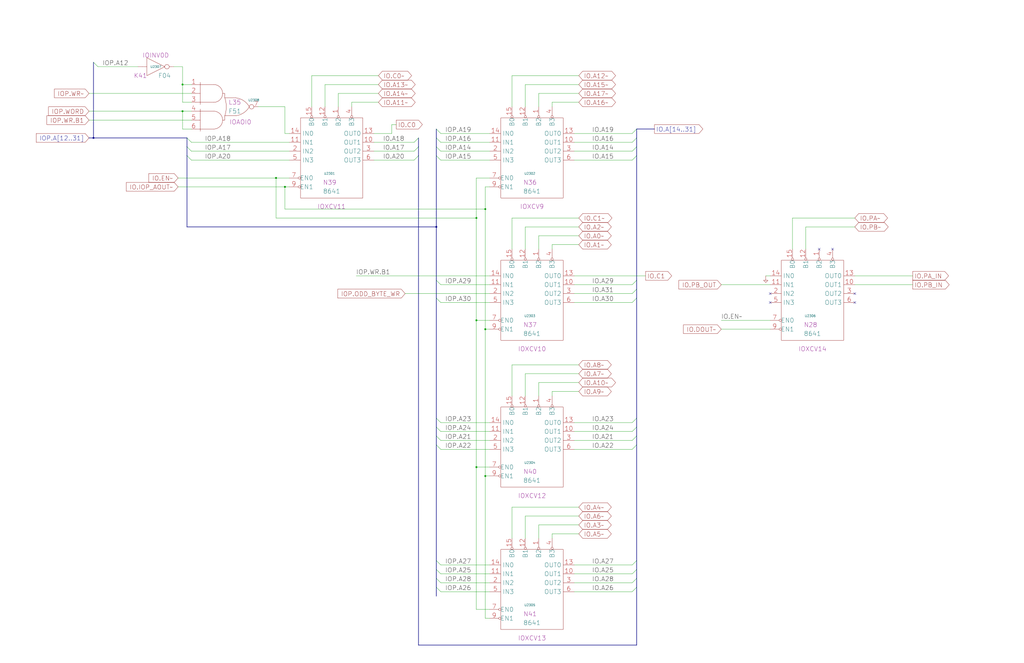
<source format=kicad_sch>
(kicad_sch (version 20250114) (generator "eeschema") (generator_version "9.0")
  (paper "User" 584.2 378.46)
  (title_block (title "IO BUS\\nADDRESS PATHS") (date "22-SEP-90") (rev "2.0") (comment 1 "IOC") (comment 2 "232-003061") (comment 3 "S400") (comment 4 "RELEASED"))
  (lib_symbols
    (symbol "r1000:8641" (pin_names (offset 1.016))
      (property "Reference" "U" (at 2.54 5.08 0))
      (property "Value" "8641" (at -1.27 -5.08 0))
      (property "Location" "___" (at -1.27 0 0))
      (property "Name" "______" (at 3.81 -15.24 0))
      (symbol "8641_1_1"
        (circle (center -14.605 2.54) (radius 0.635))
        (circle (center -14.605 -2.54) (radius 0.635))
        (rectangle (start -13.97 36.83) (end 21.59 -8.89))
        (circle (center -7.62 37.465) (radius 0.635))
        (circle (center 0 37.465) (radius 0.635))
        (circle (center 7.62 37.465) (radius 0.635))
        (circle (center 15.24 37.465) (radius 0.635))
        (pin input line (at -20.32 27.94 0) (length 6.35) (name "IN0") (number "14"))
        (pin input line (at -20.32 22.86 0) (length 6.35) (name "IN1") (number "11"))
        (pin input line (at -20.32 17.78 0) (length 6.35) (name "IN2") (number "2"))
        (pin input line (at -20.32 12.7 0) (length 6.35) (name "IN3") (number "5"))
        (pin input line (at -20.32 2.54 0) (length 5.08) (name "EN0") (number "7"))
        (pin input line (at -20.32 -2.54 0) (length 5.08) (name "EN1") (number "9"))
        (pin bidirectional line (at -7.62 43.18 270) (length 5.08) (name "B0") (number "15"))
        (pin bidirectional line (at 0 43.18 270) (length 5.08) (name "B1") (number "12"))
        (pin bidirectional line (at 7.62 43.18 270) (length 5.08) (name "B2") (number "1"))
        (pin bidirectional line (at 15.24 43.18 270) (length 5.08) (name "B3") (number "4"))
        (pin output line (at 27.94 27.94 180) (length 6.35) (name "OUT0") (number "13"))
        (pin output line (at 27.94 22.86 180) (length 6.35) (name "OUT1") (number "10"))
        (pin output line (at 27.94 17.78 180) (length 6.35) (name "OUT2") (number "3"))
        (pin output line (at 27.94 12.7 180) (length 6.35) (name "OUT3") (number "6"))
      )
    )
    (symbol "r1000:F04" (pin_numbers (hide yes)) (pin_names (hide yes))
      (property "Reference" "U" (at 0 0 0))
      (property "Value" "F04" (at 1.27 -5.08 0))
      (property "Location" "___" (at -12.7 -5.08 0))
      (property "Name" "______" (at 0 5.08 0))
      (symbol "F04_0_1"
        (polyline (pts (xy -7.62 0) (xy -5.08 0)) (stroke (width 0.1524)))
        (polyline (pts (xy -5.08 5.08) (xy -5.08 -5.08)) (stroke (width 0.1524)))
        (polyline (pts (xy 5.08 0) (xy -5.08 5.08)) (stroke (width 0.1524)))
        (polyline (pts (xy 5.08 0) (xy -5.08 -5.08)) (stroke (width 0.1524)))
        (circle (center 6.35 0) (radius 1.27) (stroke (width 0.1524)))
      )
      (symbol "F04_1_1"
        (pin input line (at -10.16 0 0) (length 2.54) (name "D0") (number "1"))
        (pin output line (at 10.16 0 180) (length 2.54) (name "Q") (number "2"))
      )
    )
    (symbol "r1000:F51" (pin_names (hide yes))
      (property "Reference" "U" (at 12.7 1.27 0))
      (property "Value" "F51" (at 1.905 -5.08 0))
      (property "Location" "___" (at 1.905 0 0))
      (property "Name" "______" (at 5.08 -12.7 0))
      (symbol "F51_0_0"
        (polyline (pts (xy -20.32 10.16) (xy -17.78 10.16)) (stroke (width 0.1524)))
        (polyline (pts (xy -20.32 5.08) (xy -17.78 5.08)) (stroke (width 0.1524)))
        (polyline (pts (xy -20.32 0) (xy -17.78 0)) (stroke (width 0.1524)))
        (polyline (pts (xy -20.32 -5.08) (xy -17.78 -5.08)) (stroke (width 0.1524)))
        (polyline (pts (xy -20.32 -10.16) (xy -17.78 -10.16)) (stroke (width 0.1524)))
        (polyline (pts (xy -20.32 -15.24) (xy -17.78 -15.24)) (stroke (width 0.1524)))
        (arc (start -3.8173 2.54) (mid -2.9926 -2.54) (end -3.8173 -7.62) (stroke (width 0.1524)))
        (polyline (pts (xy -17.78 11.43) (xy -17.78 -1.27)) (stroke (width 0.1524)))
        (polyline (pts (xy -17.78 -3.81) (xy -17.78 -16.51)) (stroke (width 0.1524)))
        (polyline (pts (xy -10.16 10.16) (xy -17.78 10.16)) (stroke (width 0.1524)))
        (arc (start -10.16 10.16) (mid -6.5679 8.6721) (end -5.08 5.08) (stroke (width 0.1524)))
        (arc (start -5.08 5.08) (mid -6.5679 1.4879) (end -10.16 0) (stroke (width 0.1524)))
        (polyline (pts (xy -10.16 0) (xy -17.78 0)) (stroke (width 0.1524)))
        (polyline (pts (xy -10.16 -5.08) (xy -17.78 -5.08)) (stroke (width 0.1524)))
        (arc (start -10.16 -5.08) (mid -6.5679 -6.5679) (end -5.08 -10.16) (stroke (width 0.1524)))
        (arc (start -5.08 -10.16) (mid -6.5679 -13.7521) (end -10.16 -15.24) (stroke (width 0.1524)))
        (polyline (pts (xy -10.16 -15.24) (xy -17.78 -15.24)) (stroke (width 0.1524)))
        (polyline (pts (xy -5.08 5.08) (xy -3.81 5.08) (xy -3.81 2.54)) (stroke (width 0.1524)))
        (polyline (pts (xy -5.08 -10.16) (xy -3.81 -10.16) (xy -3.81 -7.62)) (stroke (width 0.1524)))
        (polyline (pts (xy -3.81 2.54) (xy 2.54 2.54)) (stroke (width 0.1524)))
        (polyline (pts (xy -3.81 -7.62) (xy 2.54 -7.62)) (stroke (width 0.1524)))
        (arc (start 10.16 -2.54) (mid 6.9504 -5.9807) (end 2.54 -7.62) (stroke (width 0.1524)))
        (arc (start 2.54 2.54) (mid 6.9516 0.9024) (end 10.16 -2.54) (stroke (width 0.1524)))
        (circle (center 11.43 -2.54) (radius 1.27) (stroke (width 0.1524)))
      )
      (symbol "F51_1_1"
        (pin input line (at -22.86 10.16 0) (length 2.54) (name "A1") (number "1"))
        (pin input line (at -22.86 5.08 0) (length 2.54) (name "A2") (number "2"))
        (pin input line (at -22.86 0 0) (length 2.54) (name "A3") (number "3"))
        (pin input line (at -22.86 -5.08 0) (length 2.54) (name "B1") (number "4"))
        (pin input line (at -22.86 -10.16 0) (length 2.54) (name "B2") (number "5"))
        (pin input line (at -22.86 -15.24 0) (length 2.54) (name "B3") (number "6"))
        (pin output line (at 15.24 -2.54 180) (length 2.54) (name "Q") (number "7"))
      )
    )
    (symbol "r1000:PD" (power) (pin_numbers (hide yes)) (pin_names (hide yes)) (in_bom no)
      (symbol "PD_0_1"
        (polyline (pts (xy 0 -2.54) (xy 1.27 -2.54) (xy 0 -3.81) (xy -1.27 -2.54) (xy 0 -2.54)) (stroke (width 0.1524)))
      )
      (symbol "PD_1_1"
        (pin power_in line (at 0 0 270) (length 2.54) (name "PD") (number "1"))
      )
    )
  )
  (junction (at 276.86 119.38))
  (junction (at 53.34 78.74))
  (junction (at 157.48 101.6))
  (junction (at 104.14 48.26))
  (junction (at 271.78 266.7))
  (junction (at 248.92 129.54))
  (junction (at 162.56 106.68))
  (junction (at 271.78 124.46))
  (junction (at 276.86 271.78))
  (junction (at 276.86 187.96))
  (junction (at 271.78 182.88))
  (junction (at 104.14 63.5))
  (no_connect (at 467.36 142.24))
  (no_connect (at 474.98 142.24))
  (no_connect (at 439.42 172.72))
  (no_connect (at 439.42 167.64))
  (no_connect (at 487.68 167.64))
  (no_connect (at 487.68 172.72))
  (bus_entry (at 248.92 254) (size 2.54 2.54))
  (bus_entry (at 363.22 254) (size -2.54 2.54))
  (bus_entry (at 238.76 88.9) (size -2.54 2.54))
  (bus_entry (at 248.92 325.12) (size 2.54 2.54))
  (bus_entry (at 106.68 78.74) (size 2.54 2.54))
  (bus_entry (at 248.92 335.28) (size 2.54 2.54))
  (bus_entry (at 363.22 320.04) (size -2.54 2.54))
  (bus_entry (at 363.22 78.74) (size -2.54 2.54))
  (bus_entry (at 363.22 88.9) (size -2.54 2.54))
  (bus_entry (at 363.22 83.82) (size -2.54 2.54))
  (bus_entry (at 248.92 330.2) (size 2.54 2.54))
  (bus_entry (at 363.22 170.18) (size -2.54 2.54))
  (bus_entry (at 248.92 160.02) (size 2.54 2.54))
  (bus_entry (at 248.92 78.74) (size 2.54 2.54))
  (bus_entry (at 238.76 78.74) (size -2.54 2.54))
  (bus_entry (at 106.68 88.9) (size 2.54 2.54))
  (bus_entry (at 363.22 325.12) (size -2.54 2.54))
  (bus_entry (at 363.22 73.66) (size -2.54 2.54))
  (bus_entry (at 363.22 335.28) (size -2.54 2.54))
  (bus_entry (at 363.22 330.2) (size -2.54 2.54))
  (bus_entry (at 248.92 170.18) (size 2.54 2.54))
  (bus_entry (at 363.22 248.92) (size -2.54 2.54))
  (bus_entry (at 248.92 88.9) (size 2.54 2.54))
  (bus_entry (at 238.76 83.82) (size -2.54 2.54))
  (bus_entry (at 248.92 73.66) (size 2.54 2.54))
  (bus_entry (at 248.92 238.76) (size 2.54 2.54))
  (bus_entry (at 248.92 320.04) (size 2.54 2.54))
  (bus_entry (at 248.92 83.82) (size 2.54 2.54))
  (bus_entry (at 363.22 238.76) (size -2.54 2.54))
  (bus_entry (at 363.22 243.84) (size -2.54 2.54))
  (bus_entry (at 53.34 35.56) (size 2.54 2.54))
  (bus_entry (at 248.92 243.84) (size 2.54 2.54))
  (bus_entry (at 248.92 248.92) (size 2.54 2.54))
  (bus_entry (at 363.22 160.02) (size -2.54 2.54))
  (bus_entry (at 106.68 83.82) (size 2.54 2.54))
  (bus_entry (at 363.22 165.1) (size -2.54 2.54))
  (bus (pts (xy 363.22 254) (xy 363.22 320.04)))
  (wire (pts (xy 200.66 58.42) (xy 200.66 60.96)))
  (wire (pts (xy 459.74 129.54) (xy 459.74 142.24)))
  (wire (pts (xy 251.46 332.74) (xy 279.4 332.74)))
  (bus (pts (xy 106.68 129.54) (xy 248.92 129.54)))
  (bus (pts (xy 248.92 320.04) (xy 248.92 325.12)))
  (wire (pts (xy 452.12 124.46) (xy 452.12 142.24)))
  (bus (pts (xy 248.92 160.02) (xy 248.92 170.18)))
  (wire (pts (xy 104.14 63.5) (xy 109.22 63.5)))
  (bus (pts (xy 248.92 254) (xy 248.92 320.04)))
  (wire (pts (xy 279.4 347.98) (xy 271.78 347.98)))
  (wire (pts (xy 213.36 86.36) (xy 236.22 86.36)))
  (wire (pts (xy 251.46 91.44) (xy 279.4 91.44)))
  (wire (pts (xy 213.36 81.28) (xy 236.22 81.28)))
  (wire (pts (xy 251.46 256.54) (xy 279.4 256.54)))
  (wire (pts (xy 327.66 162.56) (xy 360.68 162.56)))
  (bus (pts (xy 248.92 335.28) (xy 248.92 340.36)))
  (wire (pts (xy 99.06 38.1) (xy 104.14 38.1)))
  (bus (pts (xy 238.76 368.3) (xy 363.22 368.3)))
  (wire (pts (xy 215.9 53.34) (xy 193.04 53.34)))
  (bus (pts (xy 248.92 78.74) (xy 248.92 83.82)))
  (wire (pts (xy 330.2 53.34) (xy 307.34 53.34)))
  (wire (pts (xy 104.14 58.42) (xy 104.14 48.26)))
  (wire (pts (xy 327.66 76.2) (xy 360.68 76.2)))
  (wire (pts (xy 330.2 134.62) (xy 307.34 134.62)))
  (wire (pts (xy 327.66 91.44) (xy 360.68 91.44)))
  (wire (pts (xy 327.66 327.66) (xy 360.68 327.66)))
  (bus (pts (xy 363.22 248.92) (xy 363.22 254)))
  (wire (pts (xy 314.96 223.52) (xy 314.96 226.06)))
  (wire (pts (xy 411.48 182.88) (xy 439.42 182.88)))
  (bus (pts (xy 238.76 88.9) (xy 238.76 368.3)))
  (wire (pts (xy 330.2 124.46) (xy 292.1 124.46)))
  (bus (pts (xy 363.22 238.76) (xy 363.22 243.84)))
  (bus (pts (xy 363.22 330.2) (xy 363.22 335.28)))
  (bus (pts (xy 53.34 35.56) (xy 53.34 78.74)))
  (wire (pts (xy 327.66 241.3) (xy 360.68 241.3)))
  (bus (pts (xy 363.22 160.02) (xy 363.22 165.1)))
  (wire (pts (xy 411.48 187.96) (xy 439.42 187.96)))
  (wire (pts (xy 251.46 327.66) (xy 279.4 327.66)))
  (wire (pts (xy 327.66 251.46) (xy 360.68 251.46)))
  (wire (pts (xy 185.42 48.26) (xy 185.42 60.96)))
  (wire (pts (xy 330.2 223.52) (xy 314.96 223.52)))
  (wire (pts (xy 271.78 124.46) (xy 157.48 124.46)))
  (bus (pts (xy 248.92 330.2) (xy 248.92 335.28)))
  (wire (pts (xy 292.1 289.56) (xy 292.1 307.34)))
  (wire (pts (xy 223.52 76.2) (xy 213.36 76.2)))
  (wire (pts (xy 251.46 172.72) (xy 279.4 172.72)))
  (bus (pts (xy 248.92 248.92) (xy 248.92 254)))
  (wire (pts (xy 215.9 43.18) (xy 177.8 43.18)))
  (wire (pts (xy 327.66 157.48) (xy 368.3 157.48)))
  (wire (pts (xy 226.06 71.12) (xy 223.52 71.12)))
  (wire (pts (xy 162.56 106.68) (xy 165.1 106.68)))
  (wire (pts (xy 101.6 106.68) (xy 162.56 106.68)))
  (bus (pts (xy 238.76 83.82) (xy 238.76 88.9)))
  (bus (pts (xy 248.92 83.82) (xy 248.92 88.9)))
  (wire (pts (xy 157.48 101.6) (xy 165.1 101.6)))
  (wire (pts (xy 162.56 76.2) (xy 165.1 76.2)))
  (wire (pts (xy 327.66 332.74) (xy 360.68 332.74)))
  (wire (pts (xy 327.66 86.36) (xy 360.68 86.36)))
  (wire (pts (xy 193.04 53.34) (xy 193.04 60.96)))
  (bus (pts (xy 248.92 238.76) (xy 248.92 243.84)))
  (bus (pts (xy 363.22 78.74) (xy 363.22 83.82)))
  (wire (pts (xy 251.46 162.56) (xy 279.4 162.56)))
  (wire (pts (xy 109.22 58.42) (xy 104.14 58.42)))
  (wire (pts (xy 50.8 63.5) (xy 104.14 63.5)))
  (wire (pts (xy 314.96 139.7) (xy 314.96 142.24)))
  (wire (pts (xy 411.48 162.56) (xy 439.42 162.56)))
  (wire (pts (xy 271.78 182.88) (xy 279.4 182.88)))
  (wire (pts (xy 251.46 81.28) (xy 279.4 81.28)))
  (bus (pts (xy 50.8 78.74) (xy 53.34 78.74)))
  (bus (pts (xy 248.92 325.12) (xy 248.92 330.2)))
  (bus (pts (xy 363.22 73.66) (xy 363.22 78.74)))
  (bus (pts (xy 106.68 88.9) (xy 106.68 129.54)))
  (wire (pts (xy 271.78 182.88) (xy 271.78 266.7)))
  (wire (pts (xy 299.72 129.54) (xy 299.72 142.24)))
  (wire (pts (xy 327.66 337.82) (xy 360.68 337.82)))
  (wire (pts (xy 101.6 101.6) (xy 157.48 101.6)))
  (wire (pts (xy 327.66 246.38) (xy 360.68 246.38)))
  (wire (pts (xy 251.46 76.2) (xy 279.4 76.2)))
  (wire (pts (xy 109.22 73.66) (xy 104.14 73.66)))
  (wire (pts (xy 292.1 208.28) (xy 292.1 226.06)))
  (wire (pts (xy 330.2 139.7) (xy 314.96 139.7)))
  (bus (pts (xy 248.92 129.54) (xy 248.92 160.02)))
  (wire (pts (xy 231.14 167.64) (xy 279.4 167.64)))
  (wire (pts (xy 276.86 271.78) (xy 279.4 271.78)))
  (wire (pts (xy 147.32 60.96) (xy 162.56 60.96)))
  (wire (pts (xy 330.2 289.56) (xy 292.1 289.56)))
  (bus (pts (xy 363.22 83.82) (xy 363.22 88.9)))
  (wire (pts (xy 307.34 134.62) (xy 307.34 142.24)))
  (bus (pts (xy 238.76 78.74) (xy 238.76 83.82)))
  (wire (pts (xy 327.66 256.54) (xy 360.68 256.54)))
  (wire (pts (xy 50.8 53.34) (xy 109.22 53.34)))
  (wire (pts (xy 330.2 218.44) (xy 307.34 218.44)))
  (wire (pts (xy 279.4 101.6) (xy 271.78 101.6)))
  (wire (pts (xy 251.46 322.58) (xy 279.4 322.58)))
  (wire (pts (xy 271.78 266.7) (xy 271.78 347.98)))
  (bus (pts (xy 248.92 88.9) (xy 248.92 129.54)))
  (wire (pts (xy 292.1 124.46) (xy 292.1 142.24)))
  (wire (pts (xy 213.36 91.44) (xy 236.22 91.44)))
  (wire (pts (xy 251.46 337.82) (xy 279.4 337.82)))
  (wire (pts (xy 307.34 218.44) (xy 307.34 226.06)))
  (wire (pts (xy 292.1 43.18) (xy 292.1 60.96)))
  (bus (pts (xy 53.34 78.74) (xy 106.68 78.74)))
  (wire (pts (xy 330.2 213.36) (xy 299.72 213.36)))
  (wire (pts (xy 177.8 43.18) (xy 177.8 60.96)))
  (wire (pts (xy 276.86 187.96) (xy 279.4 187.96)))
  (wire (pts (xy 330.2 129.54) (xy 299.72 129.54)))
  (wire (pts (xy 109.22 86.36) (xy 165.1 86.36)))
  (wire (pts (xy 251.46 241.3) (xy 279.4 241.3)))
  (wire (pts (xy 307.34 53.34) (xy 307.34 60.96)))
  (bus (pts (xy 363.22 170.18) (xy 363.22 238.76)))
  (wire (pts (xy 330.2 43.18) (xy 292.1 43.18)))
  (wire (pts (xy 330.2 299.72) (xy 307.34 299.72)))
  (wire (pts (xy 487.68 157.48) (xy 520.7 157.48)))
  (bus (pts (xy 363.22 73.66) (xy 373.38 73.66)))
  (bus (pts (xy 363.22 243.84) (xy 363.22 248.92)))
  (wire (pts (xy 203.2 157.48) (xy 279.4 157.48)))
  (wire (pts (xy 271.78 266.7) (xy 279.4 266.7)))
  (wire (pts (xy 251.46 251.46) (xy 279.4 251.46)))
  (wire (pts (xy 327.66 167.64) (xy 360.68 167.64)))
  (wire (pts (xy 487.68 129.54) (xy 459.74 129.54)))
  (bus (pts (xy 363.22 165.1) (xy 363.22 170.18)))
  (wire (pts (xy 487.68 162.56) (xy 520.7 162.56)))
  (wire (pts (xy 436.88 157.48) (xy 439.42 157.48)))
  (wire (pts (xy 314.96 304.8) (xy 314.96 307.34)))
  (wire (pts (xy 276.86 353.06) (xy 279.4 353.06)))
  (wire (pts (xy 330.2 48.26) (xy 299.72 48.26)))
  (wire (pts (xy 330.2 294.64) (xy 299.72 294.64)))
  (wire (pts (xy 327.66 322.58) (xy 360.68 322.58)))
  (wire (pts (xy 157.48 124.46) (xy 157.48 101.6)))
  (wire (pts (xy 55.88 38.1) (xy 78.74 38.1)))
  (wire (pts (xy 330.2 304.8) (xy 314.96 304.8)))
  (wire (pts (xy 279.4 106.68) (xy 276.86 106.68)))
  (wire (pts (xy 299.72 213.36) (xy 299.72 226.06)))
  (wire (pts (xy 215.9 48.26) (xy 185.42 48.26)))
  (wire (pts (xy 276.86 187.96) (xy 276.86 271.78)))
  (wire (pts (xy 299.72 48.26) (xy 299.72 60.96)))
  (bus (pts (xy 106.68 83.82) (xy 106.68 88.9)))
  (wire (pts (xy 327.66 81.28) (xy 360.68 81.28)))
  (wire (pts (xy 330.2 208.28) (xy 292.1 208.28)))
  (bus (pts (xy 248.92 73.66) (xy 248.92 78.74)))
  (wire (pts (xy 276.86 119.38) (xy 162.56 119.38)))
  (wire (pts (xy 109.22 81.28) (xy 165.1 81.28)))
  (wire (pts (xy 487.68 124.46) (xy 452.12 124.46)))
  (wire (pts (xy 314.96 58.42) (xy 314.96 60.96)))
  (wire (pts (xy 104.14 73.66) (xy 104.14 63.5)))
  (wire (pts (xy 251.46 246.38) (xy 279.4 246.38)))
  (wire (pts (xy 104.14 48.26) (xy 109.22 48.26)))
  (wire (pts (xy 327.66 172.72) (xy 360.68 172.72)))
  (wire (pts (xy 276.86 119.38) (xy 276.86 187.96)))
  (wire (pts (xy 271.78 101.6) (xy 271.78 124.46)))
  (bus (pts (xy 248.92 170.18) (xy 248.92 238.76)))
  (wire (pts (xy 276.86 106.68) (xy 276.86 119.38)))
  (bus (pts (xy 363.22 335.28) (xy 363.22 368.3)))
  (wire (pts (xy 307.34 299.72) (xy 307.34 307.34)))
  (wire (pts (xy 251.46 86.36) (xy 279.4 86.36)))
  (wire (pts (xy 104.14 38.1) (xy 104.14 48.26)))
  (bus (pts (xy 248.92 243.84) (xy 248.92 248.92)))
  (wire (pts (xy 271.78 124.46) (xy 271.78 182.88)))
  (wire (pts (xy 215.9 58.42) (xy 200.66 58.42)))
  (wire (pts (xy 330.2 58.42) (xy 314.96 58.42)))
  (wire (pts (xy 50.8 68.58) (xy 109.22 68.58)))
  (wire (pts (xy 162.56 106.68) (xy 162.56 119.38)))
  (bus (pts (xy 363.22 320.04) (xy 363.22 325.12)))
  (bus (pts (xy 363.22 88.9) (xy 363.22 160.02)))
  (wire (pts (xy 223.52 71.12) (xy 223.52 76.2)))
  (wire (pts (xy 299.72 294.64) (xy 299.72 307.34)))
  (wire (pts (xy 276.86 271.78) (xy 276.86 353.06)))
  (wire (pts (xy 109.22 91.44) (xy 165.1 91.44)))
  (wire (pts (xy 162.56 60.96) (xy 162.56 76.2)))
  (bus (pts (xy 363.22 325.12) (xy 363.22 330.2)))
  (bus (pts (xy 106.68 78.74) (xy 106.68 83.82)))
  (label "IO.A21" (at 337.82 251.46 0) (effects (font (size 2.54 2.54))))
  (label "IOP.A29" (at 254 162.56 0) (effects (font (size 2.54 2.54))))
  (label "IOP.A24" (at 254 246.38 0) (effects (font (size 2.54 2.54))))
  (label "IOP.A30" (at 254 172.72 0) (effects (font (size 2.54 2.54))))
  (label "IO.A24" (at 337.82 246.38 0) (effects (font (size 2.54 2.54))))
  (label "IO.A25" (at 337.82 327.66 0) (effects (font (size 2.54 2.54))))
  (label "IOP.A19" (at 254 76.2 0) (effects (font (size 2.54 2.54))))
  (label "IOP.A16" (at 254 81.28 0) (effects (font (size 2.54 2.54))))
  (label "IOP.WR.B1" (at 203.2 157.48 0) (effects (font (size 2.54 2.54))))
  (label "IO.A30" (at 337.82 172.72 0) (effects (font (size 2.54 2.54))))
  (label "IOP.A21" (at 254 251.46 0) (effects (font (size 2.54 2.54))))
  (label "IO.A29" (at 337.82 162.56 0) (effects (font (size 2.54 2.54))))
  (label "IO.EN~" (at 411.48 182.88 0) (effects (font (size 2.54 2.54))))
  (label "IOP.A25" (at 254 327.66 0) (effects (font (size 2.54 2.54))))
  (label "IO.A14" (at 337.82 86.36 0) (effects (font (size 2.54 2.54))))
  (label "IOP.A12" (at 58.42 38.1 0) (effects (font (size 2.54 2.54))))
  (label "IO.A31" (at 337.82 167.64 0) (effects (font (size 2.54 2.54))))
  (label "IOP.A22" (at 254 256.54 0) (effects (font (size 2.54 2.54))))
  (label "IO.A19" (at 337.82 76.2 0) (effects (font (size 2.54 2.54))))
  (label "IO.A20" (at 218.44 91.44 0) (effects (font (size 2.54 2.54))))
  (label "IO.A18" (at 218.44 81.28 0) (effects (font (size 2.54 2.54))))
  (label "IO.A22" (at 337.82 256.54 0) (effects (font (size 2.54 2.54))))
  (label "IO.A16" (at 337.82 81.28 0) (effects (font (size 2.54 2.54))))
  (label "IOP.A17" (at 116.84 86.36 0) (effects (font (size 2.54 2.54))))
  (label "IO.A23" (at 337.82 241.3 0) (effects (font (size 2.54 2.54))))
  (label "IO.A17" (at 218.44 86.36 0) (effects (font (size 2.54 2.54))))
  (label "IOP.A18" (at 116.84 81.28 0) (effects (font (size 2.54 2.54))))
  (label "IO.A15" (at 337.82 91.44 0) (effects (font (size 2.54 2.54))))
  (label "IO.A27" (at 337.82 322.58 0) (effects (font (size 2.54 2.54))))
  (label "IO.A28" (at 337.82 332.74 0) (effects (font (size 2.54 2.54))))
  (label "IOP.A28" (at 254 332.74 0) (effects (font (size 2.54 2.54))))
  (label "IOP.A26" (at 254 337.82 0) (effects (font (size 2.54 2.54))))
  (label "IOP.A23" (at 254 241.3 0) (effects (font (size 2.54 2.54))))
  (label "IOP.A27" (at 254 322.58 0) (effects (font (size 2.54 2.54))))
  (label "IO.A26" (at 337.82 337.82 0) (effects (font (size 2.54 2.54))))
  (label "IOP.A15" (at 254 91.44 0) (effects (font (size 2.54 2.54))))
  (label "IOP.A20" (at 116.84 91.44 0) (effects (font (size 2.54 2.54))))
  (label "IOP.A14" (at 254 86.36 0) (effects (font (size 2.54 2.54))))
  (global_label "IO.A1~" (shape bidirectional) (at 330.2 139.7 0) (effects (font (size 2.54 2.54))) (property "Intersheetrefs" "${INTERSHEET_REFS}" (at 346.8975 139.5413 0) (effects (font (size 1.905 1.905)) (justify left))))
  (global_label "IO.EN~" (shape input) (at 101.6 101.6 180) (effects (font (size 2.54 2.54))) (property "Intersheetrefs" "${INTERSHEET_REFS}" (at 84.5397 101.4413 0) (effects (font (size 1.905 1.905)) (justify right))))
  (global_label "IO.A14~" (shape bidirectional) (at 215.9 53.34 0) (effects (font (size 2.54 2.54))) (property "Intersheetrefs" "${INTERSHEET_REFS}" (at 235.0165 53.1813 0) (effects (font (size 1.905 1.905)) (justify left))))
  (global_label "IO.IOP_AOUT~" (shape input) (at 101.6 106.68 180) (effects (font (size 2.54 2.54))) (property "Intersheetrefs" "${INTERSHEET_REFS}" (at 71.7187 106.5213 0) (effects (font (size 1.905 1.905)) (justify right))))
  (global_label "IO.C0" (shape output) (at 226.06 71.12 0) (effects (font (size 2.54 2.54))) (property "Intersheetrefs" "${INTERSHEET_REFS}" (at 241.306 70.9613 0) (effects (font (size 1.905 1.905)) (justify left))))
  (global_label "IO.PB~" (shape bidirectional) (at 487.68 129.54 0) (effects (font (size 2.54 2.54))) (property "Intersheetrefs" "${INTERSHEET_REFS}" (at 504.8613 129.3813 0) (effects (font (size 1.905 1.905)) (justify left))))
  (global_label "IO.A6~" (shape bidirectional) (at 330.2 294.64 0) (effects (font (size 2.54 2.54))) (property "Intersheetrefs" "${INTERSHEET_REFS}" (at 346.8975 294.4813 0) (effects (font (size 1.905 1.905)) (justify left))))
  (global_label "IO.C0~" (shape bidirectional) (at 215.9 43.18 0) (effects (font (size 2.54 2.54))) (property "Intersheetrefs" "${INTERSHEET_REFS}" (at 232.9603 43.0213 0) (effects (font (size 1.905 1.905)) (justify left))))
  (global_label "IO.PA~" (shape bidirectional) (at 487.68 124.46 0) (effects (font (size 2.54 2.54))) (property "Intersheetrefs" "${INTERSHEET_REFS}" (at 504.4984 124.3013 0) (effects (font (size 1.905 1.905)) (justify left))))
  (global_label "IOP.WR.B1" (shape input) (at 50.8 68.58 180) (effects (font (size 2.54 2.54))) (property "Intersheetrefs" "${INTERSHEET_REFS}" (at 26.3616 68.4213 0) (effects (font (size 1.905 1.905)) (justify right))))
  (global_label "IO.A5~" (shape bidirectional) (at 330.2 304.8 0) (effects (font (size 2.54 2.54))) (property "Intersheetrefs" "${INTERSHEET_REFS}" (at 346.8975 304.6413 0) (effects (font (size 1.905 1.905)) (justify left))))
  (global_label "IO.A11~" (shape bidirectional) (at 215.9 58.42 0) (effects (font (size 2.54 2.54))) (property "Intersheetrefs" "${INTERSHEET_REFS}" (at 235.0165 58.2613 0) (effects (font (size 1.905 1.905)) (justify left))))
  (global_label "IO.PB_OUT" (shape input) (at 411.48 162.56 180) (effects (font (size 2.54 2.54))) (property "Intersheetrefs" "${INTERSHEET_REFS}" (at 386.9206 162.4013 0) (effects (font (size 1.905 1.905)) (justify right))))
  (global_label "IO.A3~" (shape bidirectional) (at 330.2 299.72 0) (effects (font (size 2.54 2.54))) (property "Intersheetrefs" "${INTERSHEET_REFS}" (at 346.8975 299.5613 0) (effects (font (size 1.905 1.905)) (justify left))))
  (global_label "IOP.WR~" (shape input) (at 50.8 53.34 180) (effects (font (size 2.54 2.54))) (property "Intersheetrefs" "${INTERSHEET_REFS}" (at 30.7159 53.1813 0) (effects (font (size 1.905 1.905)) (justify right))))
  (global_label "IO.A9~" (shape bidirectional) (at 330.2 223.52 0) (effects (font (size 2.54 2.54))) (property "Intersheetrefs" "${INTERSHEET_REFS}" (at 346.8975 223.3613 0) (effects (font (size 1.905 1.905)) (justify left))))
  (global_label "IOP.A[12..31]" (shape input) (at 50.8 78.74 180) (effects (font (size 2.54 2.54))) (property "Intersheetrefs" "${INTERSHEET_REFS}" (at 20.314 78.5813 0) (effects (font (size 1.905 1.905)) (justify right))))
  (global_label "IO.A10~" (shape bidirectional) (at 330.2 218.44 0) (effects (font (size 2.54 2.54))) (property "Intersheetrefs" "${INTERSHEET_REFS}" (at 349.3165 218.2813 0) (effects (font (size 1.905 1.905)) (justify left))))
  (global_label "IO.A[14..31]" (shape output) (at 373.38 73.66 0) (effects (font (size 2.54 2.54))) (property "Intersheetrefs" "${INTERSHEET_REFS}" (at 401.326 73.5013 0) (effects (font (size 1.905 1.905)) (justify left))))
  (global_label "IO.A2~" (shape bidirectional) (at 330.2 129.54 0) (effects (font (size 2.54 2.54))) (property "Intersheetrefs" "${INTERSHEET_REFS}" (at 346.8975 129.3813 0) (effects (font (size 1.905 1.905)) (justify left))))
  (global_label "IO.A16~" (shape bidirectional) (at 330.2 58.42 0) (effects (font (size 2.54 2.54))) (property "Intersheetrefs" "${INTERSHEET_REFS}" (at 349.3165 58.2613 0) (effects (font (size 1.905 1.905)) (justify left))))
  (global_label "IOP.ODD_BYTE_WR" (shape input) (at 231.14 167.64 180) (effects (font (size 2.54 2.54))) (property "Intersheetrefs" "${INTERSHEET_REFS}" (at 192.3082 167.4813 0) (effects (font (size 1.905 1.905)) (justify right))))
  (global_label "IO.A8~" (shape bidirectional) (at 330.2 208.28 0) (effects (font (size 2.54 2.54))) (property "Intersheetrefs" "${INTERSHEET_REFS}" (at 346.8975 208.1213 0) (effects (font (size 1.905 1.905)) (justify left))))
  (global_label "IO.A13~" (shape bidirectional) (at 215.9 48.26 0) (effects (font (size 2.54 2.54))) (property "Intersheetrefs" "${INTERSHEET_REFS}" (at 235.0165 48.1013 0) (effects (font (size 1.905 1.905)) (justify left))))
  (global_label "IO.C1" (shape output) (at 368.3 157.48 0) (effects (font (size 2.54 2.54))) (property "Intersheetrefs" "${INTERSHEET_REFS}" (at 383.546 157.3213 0) (effects (font (size 1.905 1.905)) (justify left))))
  (global_label "IO.C1~" (shape bidirectional) (at 330.2 124.46 0) (effects (font (size 2.54 2.54))) (property "Intersheetrefs" "${INTERSHEET_REFS}" (at 347.2603 124.3013 0) (effects (font (size 1.905 1.905)) (justify left))))
  (global_label "IO.A7~" (shape bidirectional) (at 330.2 213.36 0) (effects (font (size 2.54 2.54))) (property "Intersheetrefs" "${INTERSHEET_REFS}" (at 346.8975 213.2013 0) (effects (font (size 1.905 1.905)) (justify left))))
  (global_label "IO.A4~" (shape bidirectional) (at 330.2 289.56 0) (effects (font (size 2.54 2.54))) (property "Intersheetrefs" "${INTERSHEET_REFS}" (at 346.8975 289.4013 0) (effects (font (size 1.905 1.905)) (justify left))))
  (global_label "IO.PB_IN" (shape output) (at 520.7 162.56 0) (effects (font (size 2.54 2.54))) (property "Intersheetrefs" "${INTERSHEET_REFS}" (at 541.8727 162.4013 0) (effects (font (size 1.905 1.905)) (justify left))))
  (global_label "IOP.WORD" (shape input) (at 50.8 63.5 180) (effects (font (size 2.54 2.54))) (property "Intersheetrefs" "${INTERSHEET_REFS}" (at 27.3292 63.3413 0) (effects (font (size 1.905 1.905)) (justify right))))
  (global_label "IO.PA_IN" (shape output) (at 520.7 157.48 0) (effects (font (size 2.54 2.54))) (property "Intersheetrefs" "${INTERSHEET_REFS}" (at 541.5099 157.3213 0) (effects (font (size 1.905 1.905)) (justify left))))
  (global_label "IO.A0~" (shape bidirectional) (at 330.2 134.62 0) (effects (font (size 2.54 2.54))) (property "Intersheetrefs" "${INTERSHEET_REFS}" (at 346.8975 134.4613 0) (effects (font (size 1.905 1.905)) (justify left))))
  (global_label "IO.DOUT~" (shape input) (at 411.48 187.96 180) (effects (font (size 2.54 2.54))) (property "Intersheetrefs" "${INTERSHEET_REFS}" (at 389.5816 187.8013 0) (effects (font (size 1.905 1.905)) (justify right))))
  (global_label "IO.A17~" (shape bidirectional) (at 330.2 53.34 0) (effects (font (size 2.54 2.54))) (property "Intersheetrefs" "${INTERSHEET_REFS}" (at 349.3165 53.1813 0) (effects (font (size 1.905 1.905)) (justify left))))
  (global_label "IO.A15~" (shape bidirectional) (at 330.2 48.26 0) (effects (font (size 2.54 2.54))) (property "Intersheetrefs" "${INTERSHEET_REFS}" (at 349.3165 48.1013 0) (effects (font (size 1.905 1.905)) (justify left))))
  (global_label "IO.A12~" (shape bidirectional) (at 330.2 43.18 0) (effects (font (size 2.54 2.54))) (property "Intersheetrefs" "${INTERSHEET_REFS}" (at 349.3165 43.0213 0) (effects (font (size 1.905 1.905)) (justify left))))
  (symbol (lib_id "r1000:8641") (at 299.72 269.24 0) (unit 1)
    (property "Reference" "U2304" (at 302.26 264.16 0))
    (property "Value" "8641" (at 298.45 274.32 0) (effects (font (size 2.54 2.54)) (justify left)))
    (property "Location" "N40" (at 298.45 269.24 0) (effects (font (size 2.54 2.54)) (justify left)))
    (property "Name" "IOXCV12" (at 303.53 284.48 0) (effects (font (size 2.54 2.54)) (justify bottom)))
  )
  (symbol (lib_id "r1000:8641") (at 299.72 104.14 0) (unit 1)
    (property "Reference" "U2302" (at 302.26 99.06 0))
    (property "Value" "8641" (at 298.45 109.22 0) (effects (font (size 2.54 2.54)) (justify left)))
    (property "Location" "N36" (at 298.45 104.14 0) (effects (font (size 2.54 2.54)) (justify left)))
    (property "Name" "IOXCV9" (at 303.53 119.38 0) (effects (font (size 2.54 2.54)) (justify bottom)))
  )
  (symbol (lib_id "r1000:8641") (at 299.72 350.52 0) (unit 1)
    (property "Reference" "U2305" (at 302.26 345.44 0))
    (property "Value" "8641" (at 298.45 355.6 0) (effects (font (size 2.54 2.54)) (justify left)))
    (property "Location" "N41" (at 298.45 350.52 0) (effects (font (size 2.54 2.54)) (justify left)))
    (property "Name" "IOXCV13" (at 303.53 365.76 0) (effects (font (size 2.54 2.54)) (justify bottom)))
  )
  (symbol (lib_id "r1000:8641") (at 459.74 185.42 0) (unit 1)
    (property "Reference" "U2306" (at 462.28 180.34 0))
    (property "Value" "8641" (at 458.47 190.5 0) (effects (font (size 2.54 2.54)) (justify left)))
    (property "Location" "N28" (at 458.47 185.42 0) (effects (font (size 2.54 2.54)) (justify left)))
    (property "Name" "IOXCV14" (at 463.55 200.66 0) (effects (font (size 2.54 2.54)) (justify bottom)))
  )
  (symbol (lib_id "r1000:F51") (at 132.08 58.42 0) (unit 1)
    (property "Reference" "U2308" (at 144.78 57.15 0))
    (property "Value" "F51" (at 133.985 63.5 0) (effects (font (size 2.54 2.54))))
    (property "Location" "L35" (at 133.985 58.42 0) (effects (font (size 2.54 2.54))))
    (property "Name" "IOAOI0" (at 137.16 71.12 0) (effects (font (size 2.54 2.54)) (justify bottom)))
  )
  (symbol (lib_id "r1000:8641") (at 299.72 185.42 0) (unit 1)
    (property "Reference" "U2303" (at 302.26 180.34 0))
    (property "Value" "8641" (at 298.45 190.5 0) (effects (font (size 2.54 2.54)) (justify left)))
    (property "Location" "N37" (at 298.45 185.42 0) (effects (font (size 2.54 2.54)) (justify left)))
    (property "Name" "IOXCV10" (at 303.53 200.66 0) (effects (font (size 2.54 2.54)) (justify bottom)))
  )
  (symbol (lib_id "r1000:PD") (at 436.88 157.48 0) (unit 1) (in_bom no)
    (property "Reference" "#PWR0147" (effects (hide yes)))
    (property "Value" "PD" (effects (hide yes)))
  )
  (symbol (lib_id "r1000:8641") (at 185.42 104.14 0) (unit 1)
    (property "Reference" "U2301" (at 187.96 99.06 0))
    (property "Value" "8641" (at 184.15 109.22 0) (effects (font (size 2.54 2.54)) (justify left)))
    (property "Location" "N39" (at 184.15 104.14 0) (effects (font (size 2.54 2.54)) (justify left)))
    (property "Name" "IOXCV11" (at 189.23 119.38 0) (effects (font (size 2.54 2.54)) (justify bottom)))
  )
  (symbol (lib_id "r1000:F04") (at 88.9 38.1 0) (unit 1)
    (property "Reference" "U2307" (at 88.9 38.1 0))
    (property "Value" "F04" (at 90.17 43.18 0) (effects (font (size 2.54 2.54)) (justify left)))
    (property "Location" "K41" (at 76.2 43.18 0) (effects (font (size 2.54 2.54)) (justify left)))
    (property "Name" "IOINV0D" (at 88.9 33.02 0) (effects (font (size 2.54 2.54)) (justify bottom)))
  )
)
</source>
